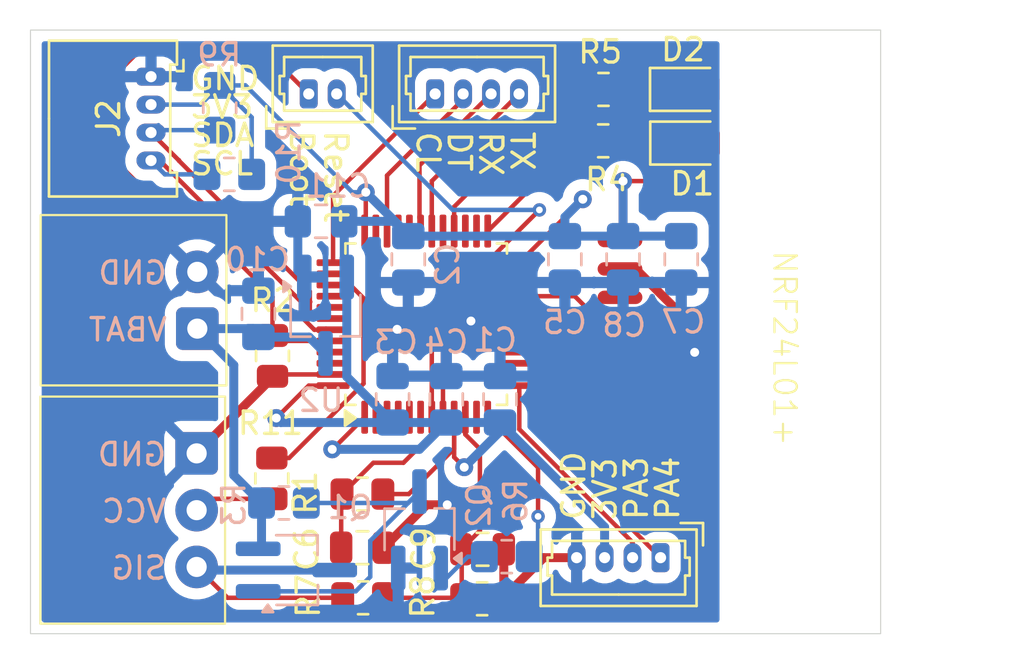
<source format=kicad_pcb>
(kicad_pcb (version 20241229) (generator "pcbnew") (generator_version "9.0")
  (layers (0 "F.Cu" signal) (2 "B.Cu" signal) (13 "F.Paste" user) (15 "B.Paste" user) (5 "F.SilkS" user "F.Silkscreen") (7 "B.SilkS" user "B.Silkscreen") (1 "F.Mask" user) (3 "B.Mask" user) (25 "Edge.Cuts" user))
  (net 0 "")
  (net 1 "GND")
  (net 2 "+3V3")
  (net 3 "/RESET")
  (net 4 "/ADC_V_EXT")
  (net 5 "Net-(D1-K)")
  (net 6 "Net-(D2-K)")
  (net 7 "/USART1_TX")
  (net 8 "/SWDIO")
  (net 9 "/USART1_RX")
  (net 10 "/SWCLK")
  (net 11 "/I2C_SDA")
  (net 12 "/I2C_SCL")
  (net 13 "/SIG_SERVO")
  (net 14 "/VCC_SERVO")
  (net 15 "/SPI_CSN")
  (net 16 "/SPI_SCK")
  (net 18 "/SPI_MISO")
  (net 19 "/SPI_CE")
  (net 20 "/SPI_MOSI")
  (net 21 "+BATT")
  (net 22 "/G_FET")
  (net 23 "/B_NPN")
  (net 24 "/BOOT")
  (net 25 "/LED_RED")
  (net 26 "/LED_GREEN")
  (net 27 "/SW_SERVO")
  (net 33 "/PA3")
  (net 46 "/PA4")
  (net 49 "Net-(U1-PB3)")
  (footprint "Resistor_SMD:R_0805_2012Metric" (layer "F.Cu") (at 183.125 77.3 180)
    (property "Reference" "R5" (at 0.145 1.68 0) (layer "F.SilkS"))
    (property "Value" "10k" (hide yes))
    (pad "1" smd roundrect (at -0.9125 0 180) (size 1.025 1.4) (layers "F.Cu" "F.Mask" "F.Paste") (roundrect_rratio 0.243902) (net 6 "Net-(D2-K)"))
    (pad "2" smd roundrect (at 0.9125 0 180) (size 1.025 1.4) (layers "F.Cu" "F.Mask" "F.Paste") (roundrect_rratio 0.243902) (net 26 "/LED_GREEN"))
  )
  (footprint "LED_SMD:LED_0805_2012Metric" (layer "F.Cu") (at 186.89 77.3)
    (property "Reference" "D2" (at -0.21 -1.78 0) (layer "F.SilkS"))
    (property "Value" "LED")
    (pad "1" smd roundrect (at -0.9375 0) (size 0.975 1.4) (layers "F.Cu" "F.Mask" "F.Paste") (net 6 "Net-(D2-K)"))
    (pad "2" smd roundrect (at 0.9375 0) (size 0.975 1.4) (layers "F.Cu" "F.Mask" "F.Paste") (net 2 "+3V3"))
  )
  (footprint "Resistor_SMD:R_0805_2012Metric" (layer "F.Cu") (at 172.38 100.04 180)
    (property "Reference" "R7" (at 2.45 0.09 270) (layer "F.SilkS"))
    (property "Value" "3k")
    (pad "1" smd roundrect (at -0.9125 0 180) (size 1.025 1.4) (layers "F.Cu" "F.Mask" "F.Paste") (roundrect_rratio 0.243902) (net 4 "/ADC_V_EXT"))
    (pad "2" smd roundrect (at 0.9125 0 180) (size 1.025 1.4) (layers "F.Cu" "F.Mask" "F.Paste") (roundrect_rratio 0.243902) (net 14 "/VCC_SERVO"))
  )
  (footprint "Capacitor_SMD:C_0805_2012Metric" (layer "F.Cu") (at 177.72 97.87 180)
    (property "Reference" "C9" (at 2.6325 0.02 90) (layer "F.SilkS"))
    (property "Value" "10n")
    (pad "1" smd roundrect (at -0.95 0 180) (size 1 1.45) (layers "F.Cu" "F.Mask" "F.Paste") (net 1 "GND"))
    (pad "2" smd roundrect (at 0.95 0 180) (size 1 1.45) (layers "F.Cu" "F.Mask" "F.Paste") (net 4 "/ADC_V_EXT"))
  )
  (footprint "LED_SMD:LED_0805_2012Metric" (layer "F.Cu") (at 186.9 79.7)
    (property "Reference" "D1" (at 0.1925 1.82 180) (layer "F.SilkS"))
    (property "Value" "LED")
    (pad "1" smd roundrect (at -0.9375 0) (size 0.975 1.4) (layers "F.Cu" "F.Mask" "F.Paste") (net 5 "Net-(D1-K)"))
    (pad "2" smd roundrect (at 0.9375 0) (size 0.975 1.4) (layers "F.Cu" "F.Mask" "F.Paste") (net 2 "+3V3"))
  )
  (footprint "Resistor_SMD:R_0805_2012Metric" (layer "F.Cu") (at 177.7 100.085 180)
    (property "Reference" "R8" (at 2.6525 0.105 90) (layer "F.SilkS"))
    (property "Value" "1k")
    (pad "1" smd roundrect (at -0.9125 0 180) (size 1.025 1.4) (layers "F.Cu" "F.Mask" "F.Paste") (roundrect_rratio 0.243902) (net 1 "GND"))
    (pad "2" smd roundrect (at 0.9125 0 180) (size 1.025 1.4) (layers "F.Cu" "F.Mask" "F.Paste") (roundrect_rratio 0.243902) (net 4 "/ADC_V_EXT"))
  )
  (footprint "Resistor_SMD:R_0805_2012Metric" (layer "F.Cu") (at 172.35 95.4 180)
    (property "Reference" "R1" (at 2.5575 0.06 90) (layer "F.SilkS"))
    (property "Value" "100k")
    (pad "1" smd roundrect (at -0.9125 0 180) (size 1.025 1.4) (layers "F.Cu" "F.Mask" "F.Paste") (roundrect_rratio 0.243902) (net 2 "+3V3"))
    (pad "2" smd roundrect (at 0.9125 0 180) (size 1.025 1.4) (layers "F.Cu" "F.Mask" "F.Paste") (roundrect_rratio 0.243902) (net 3 "/RESET"))
  )
  (footprint "PVDW_custom:Molex_PicoBlade_53048-0410_1x04_P1.25mm_Horizontal" (layer "F.Cu") (at 162.9 76.73 -90)
    (property "Reference" "J2" (at 1.875 1.9 270) (layer "F.SilkS"))
    (property "Value" "Conn_01x04_Pin" (hide yes))
    (fp_text user "SCL" (at 4.4775 -1.7 0) (layer "F.SilkS") (effects (justify left bottom)))
    (fp_text user "GND" (at 0.6675 -1.7 0) (layer "F.SilkS") (effects (justify left bottom)))
    (fp_text user "SDA" (at 3.2075 -1.7 0) (layer "F.SilkS") (effects (justify left bottom)))
    (fp_text user "3V3" (at 1.9375 -1.7 0) (layer "F.SilkS") (effects (justify left bottom)))
    (pad "1" thru_hole roundrect (at 0 0 270) (size 0.8 1.3) (drill 0.5) (layers "*.Cu" "*.Mask") (net 1 "GND"))
    (pad "2" thru_hole oval (at 1.25 0 270) (size 0.8 1.3) (drill 0.5) (layers "*.Cu" "*.Mask") (net 2 "+3V3"))
    (pad "3" thru_hole oval (at 2.5 0 270) (size 0.8 1.3) (drill 0.5) (layers "*.Cu" "*.Mask") (net 12 "/I2C_SCL"))
    (pad "4" thru_hole oval (at 3.75 0 270) (size 0.8 1.3) (drill 0.5) (layers "*.Cu" "*.Mask") (net 11 "/I2C_SDA"))
  )
  (footprint "Capacitor_SMD:C_0805_2012Metric" (layer "F.Cu") (at 172.35 97.8)
    (property "Reference" "C6" (at -2.4975 0.06 90) (layer "F.SilkS"))
    (property "Value" "100n")
    (pad "1" smd roundrect (at -0.95 0) (size 1 1.45) (layers "F.Cu" "F.Mask" "F.Paste") (net 3 "/RESET"))
    (pad "2" smd roundrect (at 0.95 0) (size 1 1.45) (layers "F.Cu" "F.Mask" "F.Paste") (net 1 "GND"))
  )
  (footprint "PVDW_custom:Connector_1x3_p2.54_hortizontal" (layer "F.Cu") (at 164.94 98.66)
    (property "Reference" "J1" (hide yes))
    (property "Value" "Conn_01x03_Pin" (hide yes))
    (fp_text user "SIG" (at -1.27 0.635 0) (layer "B.SilkS") (effects (justify left bottom mirror)))
    (fp_text user "GND" (at -1.27 -4.445 0) (layer "B.SilkS") (effects (justify left bottom mirror)))
    (fp_text user "VCC" (at -1.27 -1.905 0) (layer "B.SilkS") (effects (justify left bottom mirror)))
    (pad "1" thru_hole roundrect (at 0 -5.08) (size 1.905 1.905) (drill 0.9) (layers "*.Cu" "*.Mask") (roundrect_rratio 0.15) (net 1 "GND"))
    (pad "2" thru_hole circle (at 0 -2.54) (size 1.905 1.905) (drill 0.9) (layers "*.Cu" "*.Mask") (net 13 "/SIG_SERVO"))
    (pad "3" thru_hole circle (at 0 0) (size 1.905 1.905) (drill 0.9) (layers "*.Cu" "*.Mask") (net 14 "/VCC_SERVO"))
  )
  (footprint "PVDW_custom:NRF24L01MINI" (layer "F.Cu") (at 183.8625 84.06)
    (property "Reference" "NRF1" (hide yes))
    (property "Value" "~" (hide yes))
    (fp_text user "NRF24L01+" (at 6.7775 0.37 270) (layer "F.SilkS") (effects (font (thickness 0.1)) (justify left bottom)))
    (pad "1" smd oval (at 0 0) (size 2 0.6) (layers "F.Cu" "F.Mask" "F.Paste") (net 2 "+3V3"))
    (pad "2" smd oval (at 0 1.27) (size 2 0.6) (layers "F.Cu" "F.Mask" "F.Paste") (net 1 "GND"))
    (pad "3" smd oval (at 0 2.54) (size 2 0.6) (layers "F.Cu" "F.Mask" "F.Paste") (net 19 "/SPI_CE"))
    (pad "4" smd oval (at 0 3.81) (size 2 0.6) (layers "F.Cu" "F.Mask" "F.Paste") (net 15 "/SPI_CSN"))
    (pad "5" smd oval (at 0 5.08) (size 2 0.6) (layers "F.Cu" "F.Mask" "F.Paste") (net 16 "/SPI_SCK"))
    (pad "6" smd oval (at 0 6.35) (size 2 0.6) (layers "F.Cu" "F.Mask" "F.Paste") (net 20 "/SPI_MOSI"))
    (pad "7" smd oval (at 0 7.62) (size 2 0.6) (layers "F.Cu" "F.Mask" "F.Paste") (net 18 "/SPI_MISO"))
    (pad "8" smd oval (at 0 8.89) (size 2 0.6) (layers "F.Cu" "F.Mask" "F.Paste"))
  )
  (footprint "PVDW_custom:Connector_1x2_p2.54_horizontal" (layer "F.Cu") (at 164.97 88)
    (property "Reference" "J5" (hide yes))
    (property "Value" "~" (hide yes))
    (fp_text user "GND" (at -1.27 -1.905 0) (layer "B.SilkS") (effects (justify left bottom mirror)))
    (fp_text user "VBAT" (at -1.27 0.635 0) (layer "B.SilkS") (effects (justify left bottom mirror)))
    (pad "1" thru_hole circle (at 0 -2.54 0.9) (size 1.905 1.905) (drill 0.9) (layers "*.Cu" "*.Mask") (net 1 "GND"))
    (pad "2" thru_hole roundrect (at 0 0) (size 1.905 1.905) (drill 0.9) (layers "*.Cu" "*.Mask") (roundrect_rratio 0.15) (net 21 "+BATT"))
  )
  (footprint "PVDW_custom:Molex_PicoBlade_P1.25mm_Vertical" (layer "F.Cu") (at 169.95 77.5)
    (property "Reference" "J7" (hide yes))
    (property "Value" "Conn_01x02_Pin" (hide yes))
    (fp_text user "Reset" (at 0.625 1.55 270) (layer "F.SilkS") (effects (justify left bottom)))
    (fp_text user "Boot" (at -0.9 1.55 270) (layer "F.SilkS") (effects (justify left bottom)))
    (pad "1" thru_hole roundrect (at 0 0) (size 0.8 1.3) (drill 0.5) (layers "*.Cu" "*.Mask") (net 24 "/BOOT"))
    (pad "2" thru_hole oval (at 1.25 0) (size 0.8 1.3) (drill 0.5) (layers "*.Cu" "*.Mask") (net 3 "/RESET"))
  )
  (footprint "MountingHole:MountingHole_2.5mm" (layer "F.Cu") (at 191.4 97.8)
    (property "Reference" "H2" (hide yes))
    (property "Value" "MountingHole")
    (pad "" np_thru_hole circle (at 0 0) (size 2.5 2.5) (drill 4) (layers "*.Cu" "*.Mask"))
  )
  (footprint "Resistor_SMD:R_0805_2012Metric" (layer "F.Cu") (at 183.1125 79.6 180)
    (property "Reference" "R4" (at -0.17 -1.73 0) (layer "F.SilkS"))
    (property "Value" "10k" (hide yes))
    (pad "1" smd roundrect (at -0.9125 0 180) (size 1.025 1.4) (layers "F.Cu" "F.Mask" "F.Paste") (roundrect_rratio 0.243902) (net 5 "Net-(D1-K)"))
    (pad "2" smd roundrect (at 0.9125 0 180) (size 1.025 1.4) (layers "F.Cu" "F.Mask" "F.Paste") (roundrect_rratio 0.243902) (net 25 "/LED_RED"))
  )
  (footprint "Resistor_SMD:R_0805_2012Metric" (layer "F.Cu") (at 168.33 89.22 -90)
    (property "Reference" "R2" (at -2.4875 0 0) (layer "F.SilkS"))
    (property "Value" "100k" (hide yes))
    (pad "1" smd roundrect (at -0.9125 0 270) (size 1.025 1.4) (layers "F.Cu" "F.Mask" "F.Paste") (roundrect_rratio 0.243902) (net 24 "/BOOT"))
    (pad "2" smd roundrect (at 0.9125 0 270) (size 1.025 1.4) (layers "F.Cu" "F.Mask" "F.Paste") (roundrect_rratio 0.243902) (net 1 "GND"))
  )
  (footprint "MountingHole:MountingHole_2.5mm" (layer "F.Cu") (at 191.4 79.2)
    (property "Reference" "H1" (hide yes))
    (property "Value" "MountingHole")
    (pad "" np_thru_hole circle (at 0 0) (size 2.5 2.5) (drill 4) (layers "*.Cu" "*.Mask"))
  )
  (footprint "Package_QFP:LQFP-48_7x7mm_P0.5mm" (layer "F.Cu") (at 175.2 87.8 90)
    (property "Reference" "U1" (hide yes))
    (property "Value" "STM32L051C8Tx" (hide yes))
    (pad "1" smd roundrect (at -4.1625 -2.75 90) (size 1.475 0.3) (layers "F.Cu" "F.Mask" "F.Paste") (net 2 "+3V3"))
    (pad "2" smd roundrect (at -4.1625 -2.25 90) (size 1.475 0.3) (layers "F.Cu" "F.Mask" "F.Paste"))
    (pad "3" smd roundrect (at -4.1625 -1.75 90) (size 1.475 0.3) (layers "F.Cu" "F.Mask" "F.Paste"))
    (pad "4" smd roundrect (at -4.1625 -1.25 90) (size 1.475 0.3) (layers "F.Cu" "F.Mask" "F.Paste"))
    (pad "5" smd roundrect (at -4.1625 -0.75 90) (size 1.475 0.3) (layers "F.Cu" "F.Mask" "F.Paste"))
    (pad "6" smd roundrect (at -4.1625 -0.25 90) (size 1.475 0.3) (layers "F.Cu" "F.Mask" "F.Paste"))
    (pad "7" smd roundrect (at -4.1625 0.25 90) (size 1.475 0.3) (layers "F.Cu" "F.Mask" "F.Paste") (net 3 "/RESET"))
    (pad "8" smd roundrect (at -4.1625 0.75 90) (size 1.475 0.3) (layers "F.Cu" "F.Mask" "F.Paste") (net 1 "GND"))
    (pad "9" smd roundrect (at -4.1625 1.25 90) (size 1.475 0.3) (layers "F.Cu" "F.Mask" "F.Paste") (net 2 "+3V3"))
    (pad "10" smd roundrect (at -4.1625 1.75 90) (size 1.475 0.3) (layers "F.Cu" "F.Mask" "F.Paste") (net 4 "/ADC_V_EXT"))
    (pad "11" smd roundrect (at -4.1625 2.25 90) (size 1.475 0.3) (layers "F.Cu" "F.Mask" "F.Paste"))
    (pad "12" smd roundrect (at -4.1625 2.75 90) (size 1.475 0.3) (layers "F.Cu" "F.Mask" "F.Paste") (net 27 "/SW_SERVO"))
    (pad "13" smd roundrect (at -2.75 4.1625 90) (size 0.3 1.475) (layers "F.Cu" "F.Mask" "F.Paste") (net 33 "/PA3"))
    (pad "14" smd roundrect (at -2.25 4.1625 90) (size 0.3 1.475) (layers "F.Cu" "F.Mask" "F.Paste") (net 46 "/PA4"))
    (pad "15" smd roundrect (at -1.75 4.1625 90) (size 0.3 1.475) (layers "F.Cu" "F.Mask" "F.Paste") (net 16 "/SPI_SCK"))
    (pad "16" smd roundrect (at -1.25 4.1625 90) (size 0.3 1.475) (layers "F.Cu" "F.Mask" "F.Paste") (net 18 "/SPI_MISO"))
    (pad "17" smd roundrect (at -0.75 4.1625 90) (size 0.3 1.475) (layers "F.Cu" "F.Mask" "F.Paste") (net 20 "/SPI_MOSI"))
    (pad "18" smd roundrect (at -0.25 4.1625 90) (size 0.3 1.475) (layers "F.Cu" "F.Mask" "F.Paste"))
    (pad "19" smd roundrect (at 0.25 4.1625 90) (size 0.3 1.475) (layers "F.Cu" "F.Mask" "F.Paste"))
    (pad "20" smd roundrect (at 0.75 4.1625 90) (size 0.3 1.475) (layers "F.Cu" "F.Mask" "F.Paste"))
    (pad "21" smd roundrect (at 1.25 4.1625 90) (size 0.3 1.475) (layers "F.Cu" "F.Mask" "F.Paste") (net 15 "/SPI_CSN"))
    (pad "22" smd roundrect (at 1.75 4.1625 90) (size 0.3 1.475) (layers "F.Cu" "F.Mask" "F.Paste") (net 19 "/SPI_CE"))
    (pad "23" smd roundrect (at 2.25 4.1625 90) (size 0.3 1.475) (layers "F.Cu" "F.Mask" "F.Paste") (net 1 "GND"))
    (pad "24" smd roundrect (at 2.75 4.1625 90) (size 0.3 1.475) (layers "F.Cu" "F.Mask" "F.Paste") (net 2 "+3V3"))
    (pad "25" smd roundrect (at 4.1625 2.75 90) (size 1.475 0.3) (layers "F.Cu" "F.Mask" "F.Paste") (net 25 "/LED_RED"))
    (pad "26" smd roundrect (at 4.1625 2.25 90) (size 1.475 0.3) (layers "F.Cu" "F.Mask" "F.Paste"))
    (pad "27" smd roundrect (at 4.1625 1.75 90) (size 1.475 0.3) (layers "F.Cu" "F.Mask" "F.Paste"))
    (pad "28" smd roundrect (at 4.1625 1.25 90) (size 1.475 0.3) (layers "F.Cu" "F.Mask" "F.Paste") (net 26 "/LED_GREEN"))
    (pad "29" smd roundrect (at 4.1625 0.75 90) (size 1.475 0.3) (layers "F.Cu" "F.Mask" "F.Paste"))
    (pad "30" smd roundrect (at 4.1625 0.25 90) (size 1.475 0.3) (layers "F.Cu" "F.Mask" "F.Paste") (net 7 "/USART1_TX"))
    (pad "31" smd roundrect (at 4.1625 -0.25 90) (size 1.475 0.3) (layers "F.Cu" "F.Mask" "F.Paste") (net 9 "/USART1_RX"))
    (pad "32" smd roundrect (at 4.1625 -0.75 90) (size 1.475 0.3) (layers "F.Cu" "F.Mask" "F.Paste"))
    (pad "33" smd roundrect (at 4.1625 -1.25 90) (size 1.475 0.3) (layers "F.Cu" "F.Mask" "F.Paste"))
    (pad "34" smd roundrect (at 4.1625 -1.75 90) (size 1.475 0.3) (layers "F.Cu" "F.Mask" "F.Paste") (net 8 "/SWDIO"))
    (pad "35" smd roundrect (at 4.1625 -2.25 90) (size 1.475 0.3) (layers "F.Cu" "F.Mask" "F.Paste") (net 1 "GND"))
    (pad "36" smd roundrect (at 4.1625 -2.75 90) (size 1.475 0.3) (layers "F.Cu" "F.Mask" "F.Paste") (net 2 "+3V3"))
    (pad "37" smd roundrect (at 2.75 -4.1625 90) (size 0.3 1.475) (layers "F.Cu" "F.Mask" "F.Paste") (net 10 "/SWCLK"))
    (pad "38" smd roundrect (at 2.25 -4.1625 90) (size 0.3 1.475) (layers "F.Cu" "F.Mask" "F.Paste"))
    (pad "39" smd roundrect (at 1.75 -4.1625 90) (size 0.3 1.475) (layers "F.Cu" "F.Mask" "F.Paste") (net 49 "Net-(U1-PB3)"))
    (pad "40" smd roundrect (at 1.25 -4.1625 90) (size 0.3 1.475) (layers "F.Cu" "F.Mask" "F.Paste"))
    (pad "41" smd roundrect (at 0.75 -4.1625 90) (size 0.3 1.475) (layers "F.Cu" "F.Mask" "F.Paste"))
    (pad "42" smd roundrect (at 0.25 -4.1625 90) (size 0.3 1.475) (layers "F.Cu" "F.Mask" "F.Paste") (net 12 "/I2C_SCL"))
    (pad "43" smd roundrect (at -0.25 -4.1625 90) (size 0.3 1.475) (layers "F.Cu" "F.Mask" "F.Paste") (net 11 "/I2C_SDA"))
    (pad "44" smd roundrect (at -0.75 -4.1625 90) (size 0.3 1.475) (layers "F.Cu" "F.Mask" "F.Paste") (net 24 "/BOOT"))
    (pad "45" smd roundrect (at -1.25 -4.1625 90) (size 0.3 1.475) (layers "F.Cu" "F.Mask" "F.Paste"))
    (pad "46" smd roundrect (at -1.75 -4.1625 90) (size 0.3 1.475) (layers "F.Cu" "F.Mask" "F.Paste"))
    (pad "47" smd roundrect (at -2.25 -4.1625 90) (size 0.3 1.475) (layers "F.Cu" "F.Mask" "F.Paste") (net 1 "GND"))
    (pad "48" smd roundrect (at -2.75 -4.1625 90) (size 0.3 1.475) (layers "F.Cu" "F.Mask" "F.Paste") (net 2 "+3V3"))
  )
  (footprint "PVDW_custom:Molex_PicoBlade_1x04_P1.25mm_Vertical" (layer "F.Cu") (at 175.6 77.5)
    (property "Reference" "J3" (hide yes))
    (property "Value" "Conn_01x04_Pin" (hide yes))
    (fp_text user "RX" (at 1.9 1.6 270) (layer "F.SilkS") (effects (justify left bottom)))
    (fp_text user "TX" (at 3.3 1.6 270) (layer "F.SilkS") (effects (justify left bottom)))
    (fp_text user "CL" (at -0.9 1.6 270) (layer "F.SilkS") (effects (justify left bottom)))
    (fp_text user "DT" (at 0.5 1.6 270) (layer "F.SilkS") (effects (justify left bottom)))
    (pad "1" thru_hole roundrect (at 0 0) (size 0.8 1.3) (drill 0.5) (layers "*.Cu" "*.Mask") (net 10 "/SWCLK"))
    (pad "2" thru_hole oval (at 1.25 0) (size 0.8 1.3) (drill 0.5) (layers "*.Cu" "*.Mask") (net 8 "/SWDIO"))
    (pad "3" thru_hole oval (at 2.5 0) (size 0.8 1.3) (drill 0.5) (layers "*.Cu" "*.Mask") (net 9 "/USART1_RX"))
    (pad "4" thru_hole oval (at 3.75 0) (size 0.8 1.3) (drill 0.5) (layers "*.Cu" "*.Mask") (net 7 "/USART1_TX"))
  )
  (footprint "Resistor_SMD:R_0805_2012Metric" (layer "F.Cu") (at 168.3 94.7 90)
    (property "Reference" "R11" (at 2.47 -0.06 0) (layer "F.SilkS"))
    (property "Value" "470")
    (pad "1" smd roundrect (at -0.9125 0 90) (size 1.025 1.4) (layers "F.Cu" "F.Mask" "F.Paste") (roundrect_rratio 0.243902) (net 13 "/SIG_SERVO"))
    (pad "2" smd roundrect (at 0.9125 0 90) (size 1.025 1.4) (layers "F.Cu" "F.Mask" "F.Paste") (roundrect_rratio 0.243902) (net 49 "Net-(U1-PB3)"))
  )
  (footprint "PVDW_custom:Molex_PicoBlade_1x04_P1.25mm_Vertical" (layer "F.Cu") (at 185.675 98.245 180)
    (property "Reference" "J4" (hide yes))
    (property "Value" "Conn_01x04_Pin" (hide yes))
    (fp_text user "PA4" (at -0.9 1.6 90) (layer "F.SilkS") (effects (justify left bottom)))
    (fp_text user "3V3" (at 1.9 1.6 90) (layer "F.SilkS") (effects (justify left bottom)))
    (fp_text user "PA3" (at 0.5 1.6 90) (layer "F.SilkS") (effects (justify left bottom)))
    (fp_text user "GND" (at 3.3 1.6 90) (layer "F.SilkS") (effects (justify left bottom)))
    (pad "1" thru_hole roundrect (at 0 0 180) (size 0.8 1.3) (drill 0.5) (layers "*.Cu" "*.Mask") (net 46 "/PA4"))
    (pad "2" thru_hole oval (at 1.25 0 180) (size 0.8 1.3) (drill 0.5) (layers "*.Cu" "*.Mask") (net 33 "/PA3"))
    (pad "3" thru_hole oval (at 2.5 0 180) (size 0.8 1.3) (drill 0.5) (layers "*.Cu" "*.Mask") (net 2 "+3V3"))
    (pad "4" thru_hole oval (at 3.75 0 180) (size 0.8 1.3) (drill 0.5) (layers "*.Cu" "*.Mask") (net 1 "GND"))
  )
  (footprint "Capacitor_SMD:C_0805_2012Metric_Pad1.18x1.45mm_HandSolder" (layer "B.Cu") (at 170.5 83.2 180)
    (property "Reference" "C11" (at -0.76 1.58 0) (layer "B.SilkS") (effects (justify mirror)))
    (property "Value" "1u")
    (pad "1" smd roundrect (at -1.0375 0 180) (size 1.175 1.45) (layers "B.Cu" "B.Mask" "B.Paste") (roundrect_rratio 0.212766) (net 2 "+3V3"))
    (pad "2" smd roundrect (at 1.0375 0 180) (size 1.175 1.45) (layers "B.Cu" "B.Mask" "B.Paste") (roundrect_rratio 0.212766) (net 1 "GND"))
  )
  (footprint "Resistor_SMD:R_0805_2012Metric_Pad1.20x1.40mm_HandSolder" (layer "B.Cu") (at 165.97 78.12 -90)
    (property "Reference" "R9" (at -2.37 0.02 0) (layer "B.SilkS") (effects (justify mirror)))
    (property "Value" "4k7")
    (pad "1" smd roundrect (at -1 0 270) (size 1.2 1.4) (layers "B.Cu" "B.Mask" "B.Paste") (roundrect_rratio 0.208333) (net 2 "+3V3"))
    (pad "2" smd roundrect (at 1 0 270) (size 1.2 1.4) (layers "B.Cu" "B.Mask" "B.Paste") (roundrect_rratio 0.208333) (net 12 "/I2C_SCL"))
  )
  (footprint "Package_TO_SOT_SMD:TSOT-23_HandSoldering" (layer "B.Cu") (at 169.4 98.8)
    (property "Reference" "Q1" (at 2.4 -2.8 180) (layer "B.SilkS") (effects (justify mirror)))
    (property "Value" "IRLML6402")
    (pad "1" smd roundrect (at -1.71 0.95) (size 2 0.65) (layers "B.Cu" "B.Mask" "B.Paste") (net 22 "/G_FET"))
    (pad "2" smd roundrect (at -1.71 -0.95) (size 2 0.65) (layers "B.Cu" "B.Mask" "B.Paste") (net 21 "+BATT"))
    (pad "3" smd roundrect (at 1.71 0) (size 2 0.65) (layers "B.Cu" "B.Mask" "B.Paste") (net 14 "/VCC_SERVO"))
  )
  (footprint "Package_TO_SOT_SMD:TSOT-23_HandSoldering" (layer "B.Cu") (at 174.9 97 90)
    (property "Reference" "Q2" (at 1.1 2.65 270) (layer "B.SilkS") (effects (justify mirror)))
    (property "Value" "BC847")
    (pad "1" smd roundrect (at -1.71 0.95 90) (size 2 0.65) (layers "B.Cu" "B.Mask" "B.Paste") (net 23 "/B_NPN"))
    (pad "2" smd roundrect (at -1.71 -0.95 90) (size 2 0.65) (layers "B.Cu" "B.Mask" "B.Paste") (net 1 "GND"))
    (pad "3" smd roundrect (at 1.71 0 90) (size 2 0.65) (layers "B.Cu" "B.Mask" "B.Paste") (net 22 "/G_FET"))
  )
  (footprint "Capacitor_SMD:C_0805_2012Metric_Pad1.18x1.45mm_HandSolder" (layer "B.Cu") (at 186.6 84.9 -90)
    (property "Reference" "C7" (at 2.8 -0.1 0) (layer "B.SilkS") (effects (justify mirror)))
    (property "Value" "4.7u")
    (pad "1" smd roundrect (at -1.0375 0 270) (size 1.175 1.45) (layers "B.Cu" "B.Mask" "B.Paste") (roundrect_rratio 0.212766) (net 2 "+3V3"))
    (pad "2" smd roundrect (at 1.0375 0 270) (size 1.175 1.45) (layers "B.Cu" "B.Mask" "B.Paste") (roundrect_rratio 0.212766) (net 1 "GND"))
  )
  (footprint "Resistor_SMD:R_0805_2012Metric_Pad1.20x1.40mm_HandSolder" (layer "B.Cu") (at 178.8 98.2 180)
    (property "Reference" "R6" (at -0.4 2.5 270) (layer "B.SilkS") (effects (justify mirror)))
    (property "Value" "40k")
    (pad "1" smd roundrect (at -1 0 180) (size 1.2 1.4) (layers "B.Cu" "B.Mask" "B.Paste") (roundrect_rratio 0.208333) (net 27 "/SW_SERVO"))
    (pad "2" smd roundrect (at 1 0 180) (size 1.2 1.4) (layers "B.Cu" "B.Mask" "B.Paste") (roundrect_rratio 0.208333) (net 23 "/B_NPN"))
  )
  (footprint "Capacitor_SMD:C_0805_2012Metric_Pad1.18x1.45mm_HandSolder" (layer "B.Cu") (at 174.4 84.9 -90)
    (property "Reference" "C2" (at 0.2375 -1.76 90) (layer "B.SilkS") (effects (justify mirror)))
    (property "Value" "100n")
    (pad "1" smd roundrect (at -1.0375 0 270) (size 1.175 1.45) (layers "B.Cu" "B.Mask" "B.Paste") (roundrect_rratio 0.212766) (net 2 "+3V3"))
    (pad "2" smd roundrect (at 1.0375 0 270) (size 1.175 1.45) (layers "B.Cu" "B.Mask" "B.Paste") (roundrect_rratio 0.212766) (net 1 "GND"))
  )
  (footprint "Capacitor_SMD:C_0805_2012Metric_Pad1.18x1.45mm_HandSolder" (layer "B.Cu") (at 184 84.9 -90)
    (property "Reference" "C8" (at 2.95 -0.05 0) (layer "B.SilkS") (effects (justify mirror)))
    (property "Value" "100n")
    (pad "1" smd roundrect (at -1.0375 0 270) (size 1.175 1.45) (layers "B.Cu" "B.Mask" "B.Paste") (roundrect_rratio 0.212766) (net 2 "+3V3"))
    (pad "2" smd roundrect (at 1.0375 0 270) (size 1.175 1.45) (layers "B.Cu" "B.Mask" "B.Paste") (roundrect_rratio 0.212766) (net 1 "GND"))
  )
  (footprint "Capacitor_SMD:C_0805_2012Metric_Pad1.18x1.45mm_HandSolder" (layer "B.Cu") (at 176.1 91.1625 90)
    (property "Reference" "C4" (at 2.5625 0 0) (layer "B.SilkS") (effects (justify mirror)))
    (property "Value" "100n" (hide yes))
    (pad "1" smd roundrect (at -1.0375 0 90) (size 1.175 1.45) (layers "B.Cu" "B.Mask" "B.Paste") (roundrect_rratio 0.212766) (net 2 "+3V3"))
    (pad "2" smd roundrect (at 1.0375 0 90) (size 1.175 1.45) (layers "B.Cu" "B.Mask" "B.Paste") (roundrect_rratio 0.212766) (net 1 "GND"))
  )
  (footprint "Capacitor_SMD:C_0805_2012Metric_Pad1.18x1.45mm_HandSolder" (layer "B.Cu") (at 167.7 87.34 90)
    (property "Reference" "C10" (at 2.43 -0.04 0) (layer "B.SilkS") (effects (justify mirror)))
    (property "Value" "1u")
    (pad "1" smd roundrect (at -1.0375 0 90) (size 1.175 1.45) (layers "B.Cu" "B.Mask" "B.Paste") (roundrect_rratio 0.212766) (net 21 "+BATT"))
    (pad "2" smd roundrect (at 1.0375 0 90) (size 1.175 1.45) (layers "B.Cu" "B.Mask" "B.Paste") (roundrect_rratio 0.212766) (net 1 "GND"))
  )
  (footprint "Capacitor_SMD:C_0805_2012Metric_Pad1.18x1.45mm_HandSolder" (layer "B.Cu") (at 173.7 91.1625 90)
    (property "Reference" "C3" (at 2.5525 0.15 0) (layer "B.SilkS") (effects (justify mirror)))
    (property "Value" "100n")
    (pad "1" smd roundrect (at -1.0375 0 90) (size 1.175 1.45) (layers "B.Cu" "B.Mask" "B.Paste") (roundrect_rratio 0.212766) (net 2 "+3V3"))
    (pad "2" smd roundrect (at 1.0375 0 90) (size 1.175 1.45) (layers "B.Cu" "B.Mask" "B.Paste") (roundrect_rratio 0.212766) (net 1 "GND"))
  )
  (footprint "Capacitor_SMD:C_0805_2012Metric_Pad1.18x1.45mm_HandSolder" (layer "B.Cu") (at 178.5 91.1625 90)
    (property "Reference" "C1" (at 2.6525 -0.22 0) (layer "B.SilkS") (effects (justify mirror)))
    (property "Value" "100n")
    (pad "1" smd roundrect (at -1.0375 0 90) (size 1.175 1.45) (layers "B.Cu" "B.Mask" "B.Paste") (roundrect_rratio 0.212766) (net 2 "+3V3"))
    (pad "2" smd roundrect (at 1.0375 0 90) (size 1.175 1.45) (layers "B.Cu" "B.Mask" "B.Paste") (roundrect_rratio 0.212766) (net 1 "GND"))
  )
  (footprint "Capacitor_SMD:C_0805_2012Metric_Pad1.18x1.45mm_HandSolder" (layer "B.Cu") (at 181.4 84.9 -90)
    (property "Reference" "C5" (at 2.82 0 0) (layer "B.SilkS") (effects (justify mirror)))
    (property "Value" "100n")
    (pad "1" smd roundrect (at -1.0375 0 270) (size 1.175 1.45) (layers "B.Cu" "B.Mask" "B.Paste") (roundrect_rratio 0.212766) (net 2 "+3V3"))
    (pad "2" smd roundrect (at 1.0375 0 270) (size 1.175 1.45) (layers "B.Cu" "B.Mask" "B.Paste") (roundrect_rratio 0.212766) (net 1 "GND"))
  )
  (footprint "Package_TO_SOT_SMD:TSOT-23_HandSoldering" (layer "B.Cu") (at 170.7 87.4 -90)
    (property "Reference" "U2" (at 3.8 0.2 0) (layer "B.SilkS") (effects (justify mirror)))
    (property "Value" "MCP1700x-330xxTT")
    (pad "1" smd roundrect (at -1.71 0.95 270) (size 2 0.65) (layers "B.Cu" "B.Mask" "B.Paste") (net 1 "GND"))
    (pad "2" smd roundrect (at -1.71 -0.95 270) (size 2 0.65) (layers "B.Cu" "B.Mask" "B.Paste") (net 2 "+3V3"))
    (pad "3" smd roundrect (at 1.71 0 270) (size 2 0.65) (layers "B.Cu" "B.Mask" "B.Paste") (net 21 "+BATT"))
  )
  (footprint "Resistor_SMD:R_0805_2012Metric_Pad1.20x1.40mm_HandSolder" (layer "B.Cu") (at 168.84 95.8 180)
    (property "Reference" "R3" (at 2.24 -0.08 90) (layer "B.SilkS") (effects (justify mirror)))
    (property "Value" "40k")
    (pad "1" smd roundrect (at -1 0 180) (size 1.2 1.4) (layers "B.Cu" "B.Mask" "B.Paste") (roundrect_rratio 0.208333) (net 22 "/G_FET"))
    (pad "2" smd roundrect (at 1 0 180) (size 1.2 1.4) (layers "B.Cu" "B.Mask" "B.Paste") (roundrect_rratio 0.208333) (net 21 "+BATT"))
  )
  (footprint "Resistor_SMD:R_0805_2012Metric_Pad1.20x1.40mm_HandSolder" (layer "B.Cu") (at 166.4 81.1)
    (property "Reference" "R10" (at 2.66 -1 90) (layer "B.SilkS") (effects (justify mirror)))
    (property "Value" "4k7")
    (pad "1" smd roundrect (at -1 0) (size 1.2 1.4) (layers "B.Cu" "B.Mask" "B.Paste") (roundrect_rratio 0.208333) (net 11 "/I2C_SDA"))
    (pad "2" smd roundrect (at 1 0) (size 1.2 1.4) (layers "B.Cu" "B.Mask" "B.Paste") (roundrect_rratio 0.208333) (net 2 "+3V3"))
  )
  (gr_rect (start 157.5125 74.645) (end 195.5125 101.645) (stroke (width 0.05)) (fill no) (layer "Edge.Cuts"))
  (segment (start 176.14 95.88) (end 175.92 95.88) (width 0.4) (layer "F.Cu") (net 1))
  (segment (start 172.95 87.08) (end 173.9 88.03) (width 0.2) (layer "F.Cu") (net 1))
  (segment (start 183.8625 85.33) (end 184.5625 85.33) (width 0.4) (layer "F.Cu") (net 1))
  (segment (start 173.3 97.8) (end 175.22 95.88) (width 0.4) (layer "F.Cu") (net 1))
  (segment (start 180.4525 98.245) (end 181.925 98.245) (width 0.4) (layer "F.Cu") (net 1))
  (segment (start 175.95 88.91) (end 177.2 87.66) (width 0.2) (layer "F.Cu") (net 1))
  (segment (start 178.591176 85.55) (end 177.2 86.941176) (width 0.2) (layer "F.Cu") (net 1))
  (segment (start 168.12 90.4) (end 168.3 90.4) (width 0.4) (layer "F.Cu") (net 1))
  (segment (start 178.67 97.87) (end 178.67 100.0275) (width 0.4) (layer "F.Cu") (net 1))
  (segment (start 172.95 83.6375) (end 172.95 87.08) (width 0.2) (layer "F.Cu") (net 1))
  (segment (start 178.6125 100.085) (end 180.4525 98.245) (width 0.4) (layer "F.Cu") (net 1))
  (segment (start 187.2 87.9675) (end 187.2 89.06) (width 0.4) (layer "F.Cu") (net 1))
  (segment (start 175.22 95.88) (end 176.14 95.88) (width 0.4) (layer "F.Cu") (net 1))
  (segment (start 168.4125 90.05) (end 168.33 90.1325) (width 0.2) (layer "F.Cu") (net 1))
  (segment (start 168.33 90.19) (end 164.94 93.58) (width 0.4) (layer "F.Cu") (net 1))
  (segment (start 178.67 100.0275) (end 178.6125 100.085) (width 0.4) (layer "F.Cu") (net 1))
  (segment (start 179.3625 85.55) (end 178.591176 85.55) (width 0.2) (layer "F.Cu") (net 1))
  (segment (start 175.95 91.9625) (end 175.95 88.91) (width 0.2) (layer "F.Cu") (net 1))
  (segment (start 184.5625 85.33) (end 187.2 87.9675) (width 0.4) (layer "F.Cu") (net 1))
  (segment (start 164.94 93.58) (end 165.12 93.58) (width 0.4) (layer "F.Cu") (net 1))
  (segment (start 171.0375 90.05) (end 168.4125 90.05) (width 0.2) (layer "F.Cu") (net 1))
  (segment (start 177.2 86.941176) (end 177.2 87.66) (width 0.2) (layer "F.Cu") (net 1))
  (via (at 187.2 89.06) (size 0.8) (drill 0.4) (layers "F.Cu" "B.Cu") (net 1))
  (via (at 177.2 87.66) (size 0.8) (drill 0.4) (layers "F.Cu" "B.Cu") (net 1))
  (via (at 176.14 95.88) (size 0.8) (drill 0.4) (layers "F.Cu" "B.Cu") (net 1))
  (via (at 173.9 88.03) (size 0.8) (drill 0.4) (layers "F.Cu" "B.Cu") (net 1))
  (segment (start 169.4625 83.2) (end 169.4625 85.4025) (width 0.4) (layer "B.Cu") (net 1))
  (segment (start 169.4625 85.4025) (end 169.75 85.69) (width 0.4) (layer "B.Cu") (net 1))
  (segment (start 174.42 95.4) (end 175.82 94) (width 0.2) (layer "F.Cu") (net 2))
  (segment (start 187.8275 79.69) (end 187.8375 79.7) (width 0.2) (layer "F.Cu") (net 2))
  (segment (start 176.45 93.37) (end 175.82 94) (width 0.2) (layer "F.Cu") (net 2))
  (segment (start 179.3625 85.05) (end 182.2 82.2125) (width 0.2) (layer "F.Cu") (net 2))
  (segment (start 172.45 91.9625) (end 171.0125 93.4) (width 0.2) (layer "F.Cu") (net 2))
  (segment (start 172.5 83.5875) (end 172.45 83.6375) (width 0.2) (layer "F.Cu") (net 2))
  (segment (start 176.45 93.75) (end 176.9 94.2) (width 0.2) (layer "F.Cu") (net 2))
  (segment (start 176.45 91.9625) (end 176.45 93.75) (width 0.2) (layer "F.Cu") (net 2))
  (segment (start 176.45 91.9625) (end 176.45 93.37) (width 0.2) (layer "F.Cu") (net 2))
  (segment (start 186.1375 81.4) (end 184 81.4) (width 0.2) (layer "F.Cu") (net 2))
  (segment (start 171.0125 93.4) (end 171 93.4) (width 0.2) (layer "F.Cu") (net 2))
  (segment (start 172.45 81.95) (end 172.5 81.9) (width 0.2) (layer "F.Cu") (net 2))
  (segment (start 187.8275 77.3) (end 187.8275 79.69) (width 0.2) (layer "F.Cu") (net 2))
  (segment (start 182.2 82.2) (end 182.2 82.2125) (width 0.2) (layer "F.Cu") (net 2))
  (segment (start 173.2625 95.4) (end 174.42 95.4) (width 0.2) (layer "F.Cu") (net 2))
  (segment (start 171.0375 90.55) (end 169.95 90.55) (width 0.2) (layer "F.Cu") (net 2))
  (segment (start 184 81.4) (end 184 83.9225) (width 0.4) (layer "F.Cu") (net 2))
  (segment (start 169.95 90.55) (end 168.5 92) (width 0.2) (layer "F.Cu") (net 2))
  (segment (start 187.8375 79.7) (end 186.1375 81.4) (width 0.2) (layer "F.Cu") (net 2))
  (segment (start 172.5 81.9) (end 172.5 83.5875) (width 0.2) (layer "F.Cu") (net 2))
  (segment (start 184 83.9225) (end 183.8625 84.06) (width 0.4) (layer "F.Cu") (net 2))
  (via (at 184 81.4) (size 0.8) (drill 0.4) (layers "F.Cu" "B.Cu") (net 2))
  (via (at 176.9 94.2) (size 0.8) (drill 0.4) (layers "F.Cu" "B.Cu") (net 2))
  (via (at 168.5 92) (size 0.8) (drill 0.4) (layers "F.Cu" "B.Cu") (net 2))
  (via (at 182.2 82.2125) (size 0.8) (drill 0.4) (layers "F.Cu" "B.Cu") (net 2))
  (via (at 171 93.4) (size 0.8) (drill 0.4) (layers "F.Cu" "B.Cu") (net 2))
  (via (at 172.5 81.9) (size 0.8) (drill 0.4) (layers "F.Cu" "B.Cu") (net 2))
  (segment (start 186.6 83.8625) (end 184 83.8625) (width 0.4) (layer "B.Cu") (net 2))
  (segment (start 172.5 81.9) (end 171.9 81.9) (width 0.2) (layer "B.Cu") (net 2))
  (segment (start 171.65 90.15) (end 173.7 92.2) (width 0.4) (layer "B.Cu") (net 2))
  (segment (start 173 92.2) (end 173.7 92.2) (width 0.4) (layer "B.Cu") (net 2))
  (segment (start 184 83.8625) (end 181.4 83.8625) (width 0.4) (layer "B.Cu") (net 2))
  (segment (start 171.5375 85.5775) (end 171.65 85.69) (width 0.4) (layer "B.Cu") (net 2))
  (segment (start 165.97 77.12) (end 167.4 78.55) (width 0.2) (layer "B.Cu") (net 2))
  (segment (start 183.175 96.875) (end 183.175 98.245) (width 0.4) (layer "B.Cu") (net 2))
  (segment (start 171.65 85.69) (end 171.65 90.15) (width 0.4) (layer "B.Cu") (net 2))
  (segment (start 174.4 83.8625) (end 174.4 83.8) (width 0.4) (layer "B.Cu") (net 2))
  (segment (start 170.4 80.4) (end 167.12 77.12) (width 0.2) (layer "B.Cu") (net 2))
  (segment (start 165.11 77.98) (end 162.9 77.98) (width 0.2) (layer "B.Cu") (net 2))
  (segment (start 181.4 83.0125) (end 182.2 82.2125) (width 0.4) (layer "B.Cu") (net 2))
  (segment (start 167.12 77.12) (end 165.97 77.12) (width 0.2) (layer "B.Cu") (net 2))
  (segment (start 173.7 92.2) (end 176.1 92.2) (width 0.4) (layer "B.Cu") (net 2))
  (segment (start 178.5 92.6) (end 176.9 94.2) (width 0.4) (layer "B.Cu") (net 2))
  (segment (start 171.5375 83.2) (end 171.5375 85.5775) (width 0.4) (layer "B.Cu") (net 2))
  (segment (start 168.7 92.2) (end 168.5 92) (width 0.4) (layer "B.Cu") (net 2))
  (segment (start 171.5375 83.2) (end 173.7375 83.2) (width 0.4) (layer "B.Cu") (net 2))
  (segment (start 184 83.8625) (end 184 81.4) (width 0.4) (layer "B.Cu") (net 2))
  (segment (start 176.1 92.2) (end 174.9 93.4) (width 0.4) (layer "B.Cu") (net 2))
  (segment (start 181.4 83.8625) (end 174.4 83.8625) (width 0.4) (layer "B.Cu") (net 2))
  (segment (start 174.4 83.8) (end 172.5 81.9) (width 0.4) (layer "B.Cu") (net 2))
  (segment (start 176.1 92.2) (end 178.5 92.2) (width 0.4) (layer "B.Cu") (net 2))
  (segment (start 181.4 83.8625) (end 181.4 83.0125) (width 0.4) (layer "B.Cu") (net 2))
  (segment (start 173.7375 83.2) (end 174.4 83.8625) (width 0.4) (layer "B.Cu") (net 2))
  (segment (start 171.9 81.9) (end 170.4 80.4) (width 0.2) (layer "B.Cu") (net 2))
  (segment (start 178.5 92.2) (end 178.5 92.6) (width 0.4) (layer "B.Cu") (net 2))
  (segment (start 174.9 93.4) (end 171 93.4) (width 0.4) (layer "B.Cu") (net 2))
  (segment (start 173.7 92.2) (end 168.7 92.2) (width 0.4) (layer "B.Cu") (net 2))
  (segment (start 167.4 78.55) (end 167.4 81.1) (width 0.2) (layer "B.Cu") (net 2))
  (segment (start 178.5 92.2) (end 183.175 96.875) (width 0.4) (layer "B.Cu") (net 2))
  (segment (start 165.97 77.12) (end 165.11 77.98) (width 0.2) (layer "B.Cu") (net 2))
  (segment (start 175.45 91.9625) (end 175.45 92.733824) (width 0.2) (layer "F.Cu") (net 3))
  (segment (start 174.183824 94) (end 172.8375 94) (width 0.2) (layer "F.Cu") (net 3))
  (segment (start 175.45 91.9625) (end 175.45 87.5) (width 0.2) (layer "F.Cu") (net 3))
  (segment (start 171.045 97.2825) (end 171.045 97.66) (width 0.2) (layer "F.Cu") (net 3))
  (segment (start 171.4 97.8) (end 171.4 95.4375) (width 0.2) (layer "F.Cu") (net 3))
  (segment (start 171.4 95.4375) (end 171.4375 95.4) (width 0.2) (layer "F.Cu") (net 3))
  (segment (start 172.8375 94) (end 171.4375 95.4) (width 0.2) (layer "F.Cu") (net 3))
  (segment (start 175.45 87.5) (end 180.26 82.69) (width 0.2) (layer "F.Cu") (net 3))
  (segment (start 175.45 92.733824) (end 174.183824 94) (width 0.2) (layer "F.Cu") (net 3))
  (via (at 180.26 82.69) (size 0.6) (drill 0.3) (layers "F.Cu" "B.Cu") (net 3))
  (segment (start 176.39 82.69) (end 171.2 77.5) (width 0.2) (layer "B.Cu") (net 3))
  (segment (start 180.26 82.69) (end 176.39 82.69) (width 0.2) (layer "B.Cu") (net 3))
  (segment (start 176.7875 97.8875) (end 176.77 97.87) (width 0.2) (layer "F.Cu") (net 4))
  (segment (start 176.95 91.9625) (end 176.95 92.733824) (width 0.2) (layer "F.Cu") (net 4))
  (segment (start 176.95 91.9625) (end 176.999 92.0115) (width 0.2) (layer "F.Cu") (net 4))
  (segment (start 176.77 100.0675) (end 176.7875 100.085) (width 0.4) (layer "F.Cu") (net 4))
  (segment (start 177.601 97.039) (end 176.77 97.87) (width 0.2) (layer "F.Cu") (net 4))
  (segment (start 176.95 92.733824) (end 177.601 93.384824) (width 0.2) (layer "F.Cu") (net 4))
  (segment (start 173.2925 100.04) (end 176.7425 100.04) (width 0.2) (layer "F.Cu") (net 4))
  (segment (start 176.7875 100.085) (end 176.7875 97.8875) (width 0.2) (layer "F.Cu") (net 4))
  (segment (start 176.95 91.9625) (end 176.999 91.9625) (width 0.2) (layer "F.Cu") (net 4))
  (segment (start 177.601 93.384824) (end 177.601 97.039) (width 0.2) (layer "F.Cu") (net 4))
  (segment (start 176.7425 100.04) (end 176.7875 100.085) (width 0.2) (layer "F.Cu") (net 4))
  (segment (start 184.125 79.7) (end 184.025 79.6) (width 0.2) (layer "F.Cu") (net 5))
  (segment (start 185.9625 79.7) (end 184.125 79.7) (width 0.2) (layer "F.Cu") (net 5))
  (segment (start 185.9525 77.3) (end 184.0375 77.3) (width 0.2) (layer "F.Cu") (net 6))
  (segment (start 179.35 77.5) (end 175.45 81.4) (width 0.2) (layer "F.Cu") (net 7))
  (segment (start 175.45 81.4) (end 175.45 83.6375) (width 0.2) (layer "F.Cu") (net 7))
  (segment (start 176.85 77.75) (end 173.45 81.15) (width 0.2) (layer "F.Cu") (net 8))
  (segment (start 176.85 77.5) (end 176.85 77.75) (width 0.2) (layer "F.Cu") (net 8))
  (segment (start 173.45 81.15) (end 173.45 83.6375) (width 0.2) (layer "F.Cu") (net 8))
  (segment (start 178.1 77.5) (end 174.901 80.699) (width 0.2) (layer "F.Cu") (net 9))
  (segment (start 174.901 80.699) (end 174.901 83.06) (width 0.2) (layer "F.Cu") (net 9))
  (segment (start 175.6 77.5) (end 171.0375 82.0625) (width 0.2) (layer "F.Cu") (net 10))
  (segment (start 171.0375 82.0625) (end 171.0375 85.05) (width 0.2) (layer "F.Cu") (net 10))
  (segment (start 162.9 80.48) (end 163.29 80.48) (width 0.2) (layer "F.Cu") (net 11))
  (segment (start 163.29 80.48) (end 169.598 86.788) (width 0.2) (layer "F.Cu") (net 11))
  (segment (start 170.72 88.001) (end 170.72 88.099) (width 0.2) (layer "F.Cu") (net 11))
  (segment (start 169.598 86.788) (end 169.598 87.448924) (width 0.2) (layer "F.Cu") (net 11))
  (segment (start 170.199076 88.05) (end 171.0375 88.05) (width 0.2) (layer "F.Cu") (net 11))
  (segment (start 169.598 87.448924) (end 170.199076 88.05) (width 0.2) (layer "F.Cu") (net 11))
  (segment (start 165.4 81.1) (end 163.52 81.1) (width 0.2) (layer "B.Cu") (net 11))
  (segment (start 162.98 80.4) (end 162.9 80.48) (width 0.2) (layer "B.Cu") (net 11))
  (segment (start 163.52 81.1) (end 162.9 80.48) (width 0.2) (layer "B.Cu") (net 11))
  (segment (start 170.016176 86.8) (end 169.999 86.782824) (width 0.2) (layer "F.Cu") (net 12))
  (segment (start 169.999 86.817176) (end 170.016176 86.8) (width 0.2) (layer "F.Cu") (net 12))
  (segment (start 164.150682 80.470682) (end 164.140682 80.470682) (width 0.2) (layer "F.Cu") (net 12))
  (segment (start 171.0375 87.501) (end 171.0375 87.55) (width 0.2) (layer "F.Cu") (net 12))
  (segment (start 170.217176 87.501) (end 169.999 87.282824) (width 0.2) (layer "F.Cu") (net 12))
  (segment (start 169.999 86.782824) (end 169.999 86.339) (width 0.2) (layer "F.Cu") (net 12))
  (segment (start 169.999 86.339) (end 164.150682 80.490682) (width 0.2) (layer "F.Cu") (net 12))
  (segment (start 171.0375 87.501) (end 170.217176 87.501) (width 0.2) (layer "F.Cu") (net 12))
  (segment (start 169.999 87.282824) (end 169.999 86.817176) (width 0.2) (layer "F.Cu") (net 12))
  (segment (start 164.140682 80.470682) (end 162.9 79.23) (width 0.2) (layer "F.Cu") (net 12))
  (segment (start 164.150682 80.490682) (end 164.150682 80.470682) (width 0.2) (layer "F.Cu") (net 12))
  (segment (start 163.01 79.12) (end 162.9 79.23) (width 0.2) (layer "B.Cu") (net 12))
  (segment (start 165.76 79.23) (end 166.04 78.95) (width 0.2) (layer "B.Cu") (net 12))
  (segment (start 165.97 79.12) (end 163.01 79.12) (width 0.2) (layer "B.Cu") (net 12))
  (segment (start 163.23 78.9) (end 162.9 79.23) (width 0.2) (layer "B.Cu") (net 12))
  (segment (start 165.4475 95.6125) (end 164.94 96.12) (width 0.2) (layer "F.Cu") (net 13))
  (segment (start 168.3 95.6125) (end 165.4475 95.6125) (width 0.2) (layer "F.Cu") (net 13))
  (segment (start 164.94 98.66) (end 166.32 100.04) (width 0.2) (layer "F.Cu") (net 14))
  (segment (start 166.32 100.04) (end 171.4675 100.04) (width 0.2) (layer "F.Cu") (net 14))
  (segment (start 165.08 98.8) (end 164.94 98.66) (width 0.4) (layer "B.Cu") (net 14))
  (segment (start 171.11 98.8) (end 165.08 98.8) (width 0.4) (layer "B.Cu") (net 14))
  (segment (start 183.8625 87.87) (end 183.1625 87.87) (width 0.2) (layer "F.Cu") (net 15))
  (segment (start 181.8425 86.55) (end 179.3625 86.55) (width 0.2) (layer "F.Cu") (net 15))
  (segment (start 183.1625 87.87) (end 181.8425 86.55) (width 0.2) (layer "F.Cu") (net 15))
  (segment (start 182.913558 93.551) (end 182.5615 93.198942) (width 0.2) (layer "F.Cu") (net 16))
  (segment (start 180.231824 89.55) (end 179.3625 89.55) (width 0.2) (layer "F.Cu") (net 16))
  (segment (start 183.8625 89.14) (end 184.142442 89.14) (width 0.2) (layer "F.Cu") (net 16))
  (segment (start 182.5615 93.198942) (end 182.5615 91.879676) (width 0.2) (layer "F.Cu") (net 16))
  (segment (start 185.1635 93.198942) (end 184.811442 93.551) (width 0.2) (layer "F.Cu") (net 16))
  (segment (start 182.5615 91.879676) (end 180.231824 89.55) (width 0.2) (layer "F.Cu") (net 16))
  (segment (start 185.1635 90.161058) (end 185.1635 93.198942) (width 0.2) (layer "F.Cu") (net 16))
  (segment (start 184.811442 93.551) (end 182.913558 93.551) (width 0.2) (layer "F.Cu") (net 16))
  (segment (start 184.142442 89.14) (end 185.1635 90.161058) (width 0.2) (layer "F.Cu") (net 16))
  (segment (start 183.8625 91.68) (end 183.3834 91.68) (width 0.2) (layer "F.Cu") (net 18))
  (segment (start 183.3834 91.68) (end 180.7534 89.05) (width 0.2) (layer "F.Cu") (net 18))
  (segment (start 180.7534 89.05) (end 179.3625 89.05) (width 0.2) (layer "F.Cu") (net 18))
  (segment (start 183.3125 86.05) (end 179.3625 86.05) (width 0.2) (layer "F.Cu") (net 19))
  (segment (start 183.8625 86.6) (end 183.3125 86.05) (width 0.2) (layer "F.Cu") (net 19))
  (segment (start 183.8625 90.41) (end 182.6805 90.41) (width 0.2) (layer "F.Cu") (net 20))
  (segment (start 180.8205 88.55) (end 179.3625 88.55) (width 0.2) (layer "F.Cu") (net 20))
  (segment (start 182.6805 90.41) (end 180.8205 88.55) (width 0.2) (layer "F.Cu") (net 20))
  (segment (start 164.97 88) (end 167.4625 88) (width 0.4) (layer "B.Cu") (net 21))
  (segment (start 164.97 88) (end 166.6 89.63) (width 0.4) (layer "B.Cu") (net 21))
  (segment (start 169.9675 88.3775) (end 170.7 89.11) (width 0.4) (layer "B.Cu") (net 21))
  (segment (start 167.4625 88) (end 167.84 88.3775) (width 0.4) (layer "B.Cu") (net 21))
  (segment (start 167.84 95.8) (end 167.84 97.6275) (width 0.4) (layer "B.Cu") (net 21))
  (segment (start 166.6 89.63) (end 166.6 94.56) (width 0.4) (layer "B.Cu") (net 21))
  (segment (start 167.84 97.6275) (end 168.0625 97.85) (width 0.4) (layer "B.Cu") (net 21))
  (segment (start 165.255 88.285) (end 164.97 88) (width 0.8) (layer "B.Cu") (net 21))
  (segment (start 167.84 88.3775) (end 169.9675 88.3775) (width 0.4) (layer "B.Cu") (net 21))
  (segment (start 166.6 94.56) (end 167.84 95.8) (width 0.4) (layer "B.Cu") (net 21))
  (segment (start 172.7 99.1) (end 172.05 99.75) (width 0.2) (layer "B.Cu") (net 22))
  (segment (start 174.9 95.29) (end 172.7 97.49) (width 0.2) (layer "B.Cu") (net 22))
  (segment (start 174.9 95.29) (end 174.39 95.8) (width 0.2) (layer "B.Cu") (net 22))
  (segment (start 172.7 97.49) (end 172.7 99.1) (width 0.2) (layer "B.Cu") (net 22))
  (segment (start 169.84 95.8) (end 169.84 96.36) (width 0.2) (layer "B.Cu") (net 22))
  (segment (start 172.05 99.75) (end 167.69 99.75) (width 0.2) (layer "B.Cu") (net 22))
  (segment (start 174.39 95.8) (end 169.84 95.8) (width 0.2) (layer "B.Cu") (net 22))
  (segment (start 177.8 98.2) (end 177.06 98.2) (width 0.2) (layer "B.Cu") (net 23))
  (segment (start 177.06 98.2) (end 175.55 99.71) (width 0.2) (layer "B.Cu") (net 23))
  (segment (start 171.0125 88.575) (end 171.0375 88.55) (width 0.2) (layer "F.Cu") (net 24))
  (segment (start 168.5725 88.55) (end 168.33 88.3075) (width 0.2) (layer "F.Cu") (net 24))
  (segment (start 168.16 75.71) (end 162.24 75.71) (width 0.2) (layer "F.Cu") (net 24))
  (segment (start 171.0375 88.55) (end 168.5725 88.55) (width 0.2) (layer "F.Cu") (net 24))
  (segment (start 161.44 76.51) (end 161.44 80.63) (width 0.2) (layer "F.Cu") (net 24))
  (segment (start 168.33 86.58) (end 168.33 88.3075) (width 0.2) (layer "F.Cu") (net 24))
  (segment (start 168.3 86.52) (end 168.3 86.55) (width 0.2) (layer "F.Cu") (net 24))
  (segment (start 169.95 77.5) (end 168.16 75.71) (width 0.2) (layer "F.Cu") (net 24))
  (segment (start 163.9 82.12) (end 168.3 86.52) (width 0.2) (layer "F.Cu") (net 24))
  (segment (start 161.44 80.63) (end 162.93 82.12) (width 0.2) (layer "F.Cu") (net 24))
  (segment (start 168.3 86.55) (end 168.33 86.58) (width 0.2) (layer "F.Cu") (net 24))
  (segment (start 162.24 75.71) (end 161.44 76.51) (width 0.2) (layer "F.Cu") (net 24))
  (segment (start 162.93 82.12) (end 163.9 82.12) (width 0.2) (layer "F.Cu") (net 24))
  (segment (start 182.2 79.6) (end 181.9875 79.6) (width 0.2) (layer "F.Cu") (net 25))
  (segment (start 181.9875 79.6) (end 177.95 83.6375) (width 0.2) (layer "F.Cu") (net 25))
  (segment (start 182.2125 77.3) (end 181.7 77.3) (width 0.2) (layer "F.Cu") (net 26))
  (segment (start 176.45 82.55) (end 176.45 83.6375) (width 0.2) (layer "F.Cu") (net 26))
  (segment (start 181.7 77.3) (end 176.45 82.55) (width 0.2) (layer "F.Cu") (net 26))
  (segment (start 180.2 94.2125) (end 180.2 96.4) (width 0.2) (layer "F.Cu") (net 27))
  (segment (start 177.95 91.9625) (end 180.2 94.2125) (width 0.2) (layer "F.Cu") (net 27))
  (via (at 180.2 96.4) (size 0.6) (drill 0.3) (layers "F.Cu" "B.Cu") (net 27))
  (segment (start 180.2 97.8) (end 179.8 98.2) (width 0.2) (layer "B.Cu") (net 27))
  (segment (start 180.2 96.4) (end 180.2 97.8) (width 0.2) (layer "B.Cu") (net 27))
  (segment (start 184.425 97.5621) (end 184.425 98.245) (width 0.2) (layer "F.Cu") (net 33))
  (segment (start 179.3625 90.55) (end 179.3625 92.4996) (width 0.2) (layer "F.Cu") (net 33))
  (segment (start 179.3625 92.4996) (end 184.425 97.5621) (width 0.2) (layer "F.Cu") (net 33))
  (segment (start 180.8 90.716176) (end 180.8 93.37) (width 0.2) (layer "F.Cu") (net 46))
  (segment (start 180.133824 90.05) (end 180.8 90.716176) (width 0.2) (layer "F.Cu") (net 46))
  (segment (start 179.3625 90.05) (end 180.133824 90.05) (width 0.2) (layer "F.Cu") (net 46))
  (segment (start 180.8 93.37) (end 185.675 98.245) (width 0.2) (layer "F.Cu") (net 46))
  (segment (start 171.0375 86.05) (end 171.808824 86.05) (width 0.2) (layer "F.Cu") (net 49))
  (segment (start 169.071324 93.7875) (end 168.3 93.7875) (width 0.2) (layer "F.Cu") (net 49))
  (segment (start 172.4 90.458824) (end 169.071324 93.7875) (width 0.2) (layer "F.Cu") (net 49))
  (segment (start 172.4 86.641176) (end 172.4 90.458824) (width 0.2) (layer "F.Cu") (net 49))
  (segment (start 171.808824 86.05) (end 172.4 86.641176) (width 0.2) (layer "F.Cu") (net 49))
  (zone (net 1) (net_name "GND") (layer "B.Cu") (connect_pads (clearance 0.5)) (min_thickness 0.25) (fill yes (thermal_gap 0.5) (thermal_bridge_width 0.5))
    (polygon (pts (xy 156.15 73.67) (xy 188.31 73.3) (xy 188.31 103.23) (xy 156.15 102.84)))
  )
)
</source>
